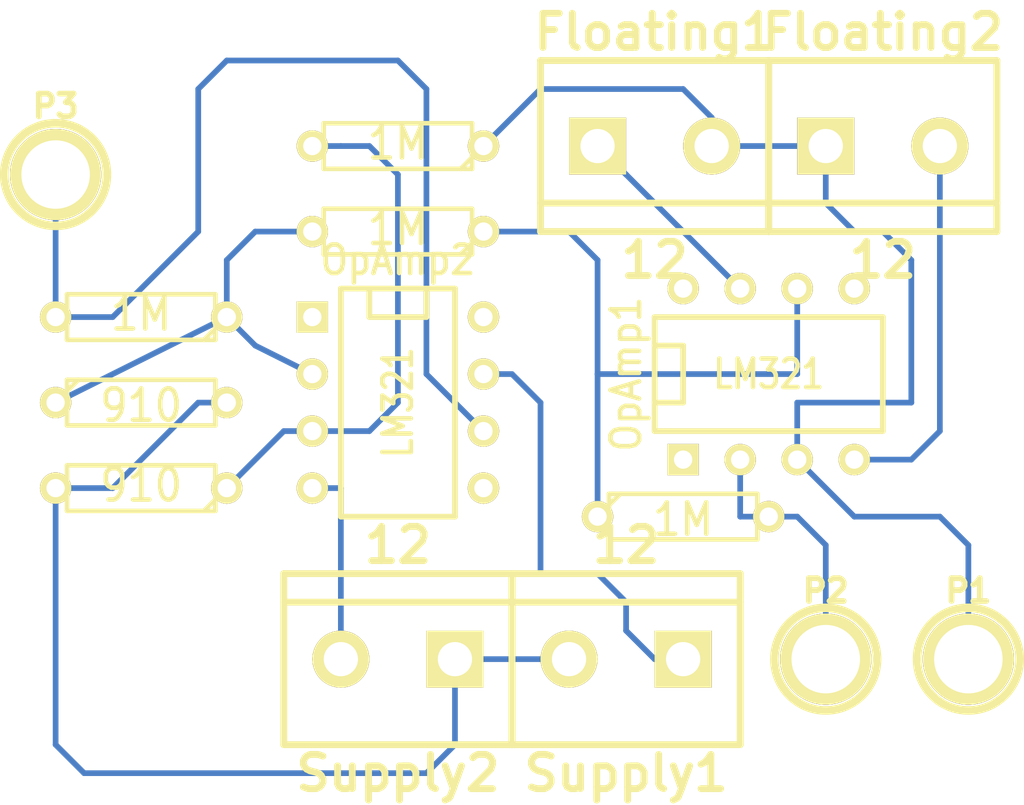
<source format=kicad_pcb>
(kicad_pcb (version 3) (host pcbnew "(2013-may-18)-stable")

  (general
    (links 22)
    (no_connects 0)
    (area 167.259 118.2116 218.821 153.5684)
    (thickness 1.6)
    (drawings 0)
    (tracks 75)
    (zones 0)
    (modules 15)
    (nets 12)
  )

  (page A3)
  (layers
    (15 F.Cu signal)
    (0 B.Cu signal)
    (16 B.Adhes user)
    (17 F.Adhes user)
    (18 B.Paste user)
    (19 F.Paste user)
    (20 B.SilkS user)
    (21 F.SilkS user)
    (22 B.Mask user)
    (23 F.Mask user)
    (24 Dwgs.User user)
    (25 Cmts.User user)
    (26 Eco1.User user)
    (27 Eco2.User user)
    (28 Edge.Cuts user)
  )

  (setup
    (last_trace_width 0.254)
    (trace_clearance 0.254)
    (zone_clearance 0.508)
    (zone_45_only no)
    (trace_min 0.254)
    (segment_width 0.2)
    (edge_width 0.1)
    (via_size 0.889)
    (via_drill 0.635)
    (via_min_size 0.889)
    (via_min_drill 0.508)
    (uvia_size 0.508)
    (uvia_drill 0.127)
    (uvias_allowed no)
    (uvia_min_size 0.508)
    (uvia_min_drill 0.127)
    (pcb_text_width 0.3)
    (pcb_text_size 1.5 1.5)
    (mod_edge_width 0.15)
    (mod_text_size 1 1)
    (mod_text_width 0.15)
    (pad_size 1.5 1.5)
    (pad_drill 0.6)
    (pad_to_mask_clearance 0.015)
    (solder_mask_min_width 0.015)
    (pad_to_paste_clearance -0.015)
    (pad_to_paste_clearance_ratio -0.00015)
    (aux_axis_origin 0 0)
    (visible_elements FFFFFFBF)
    (pcbplotparams
      (layerselection 3178497)
      (usegerberextensions true)
      (excludeedgelayer true)
      (linewidth 0.150000)
      (plotframeref false)
      (viasonmask false)
      (mode 1)
      (useauxorigin false)
      (hpglpennumber 1)
      (hpglpenspeed 20)
      (hpglpendiameter 15)
      (hpglpenoverlay 2)
      (psnegative false)
      (psa4output false)
      (plotreference true)
      (plotvalue true)
      (plotothertext true)
      (plotinvisibletext false)
      (padsonsilk false)
      (subtractmaskfromsilk false)
      (outputformat 1)
      (mirror false)
      (drillshape 1)
      (scaleselection 1)
      (outputdirectory /home/ayzax/git/langmuir-probe/))
  )

  (net 0 "")
  (net 1 "Flight computer")
  (net 2 N-000001)
  (net 3 N-0000011)
  (net 4 N-0000017)
  (net 5 N-000002)
  (net 6 N-000003)
  (net 7 N-000005)
  (net 8 N-000008)
  (net 9 N-000009)
  (net 10 Probe)
  (net 11 V_B)

  (net_class Default "This is the default net class."
    (clearance 0.254)
    (trace_width 0.254)
    (via_dia 0.889)
    (via_drill 0.635)
    (uvia_dia 0.508)
    (uvia_drill 0.127)
    (add_net "")
    (add_net "Flight computer")
    (add_net N-000001)
    (add_net N-0000011)
    (add_net N-0000017)
    (add_net N-000002)
    (add_net N-000003)
    (add_net N-000005)
    (add_net N-000008)
    (add_net N-000009)
    (add_net Probe)
    (add_net V_B)
  )

  (module R3 (layer F.Cu) (tedit 4E4C0E65) (tstamp 563FF37D)
    (at 187.96 128.27 180)
    (descr "Resitance 3 pas")
    (tags R)
    (path /563B2818)
    (autoplace_cost180 10)
    (fp_text reference R2 (at 0 0.127 180) (layer F.SilkS) hide
      (effects (font (size 1.397 1.27) (thickness 0.2032)))
    )
    (fp_text value 1M (at 0 0.127 180) (layer F.SilkS)
      (effects (font (size 1.397 1.27) (thickness 0.2032)))
    )
    (fp_line (start -3.81 0) (end -3.302 0) (layer F.SilkS) (width 0.2032))
    (fp_line (start 3.81 0) (end 3.302 0) (layer F.SilkS) (width 0.2032))
    (fp_line (start 3.302 0) (end 3.302 -1.016) (layer F.SilkS) (width 0.2032))
    (fp_line (start 3.302 -1.016) (end -3.302 -1.016) (layer F.SilkS) (width 0.2032))
    (fp_line (start -3.302 -1.016) (end -3.302 1.016) (layer F.SilkS) (width 0.2032))
    (fp_line (start -3.302 1.016) (end 3.302 1.016) (layer F.SilkS) (width 0.2032))
    (fp_line (start 3.302 1.016) (end 3.302 0) (layer F.SilkS) (width 0.2032))
    (fp_line (start -3.302 -0.508) (end -2.794 -1.016) (layer F.SilkS) (width 0.2032))
    (pad 1 thru_hole circle (at -3.81 0 180) (size 1.397 1.397) (drill 0.8128)
      (layers *.Cu *.Mask F.SilkS)
      (net 8 N-000008)
    )
    (pad 2 thru_hole circle (at 3.81 0 180) (size 1.397 1.397) (drill 0.8128)
      (layers *.Cu *.Mask F.SilkS)
      (net 6 N-000003)
    )
    (model discret/resistor.wrl
      (at (xyz 0 0 0))
      (scale (xyz 0.3 0.3 0.3))
      (rotate (xyz 0 0 0))
    )
  )

  (module R3 (layer F.Cu) (tedit 4E4C0E65) (tstamp 563FF38B)
    (at 176.53 135.89)
    (descr "Resitance 3 pas")
    (tags R)
    (path /563BE484)
    (autoplace_cost180 10)
    (fp_text reference R'1 (at 0 0.127) (layer F.SilkS) hide
      (effects (font (size 1.397 1.27) (thickness 0.2032)))
    )
    (fp_text value 910 (at 0 0.127) (layer F.SilkS)
      (effects (font (size 1.397 1.27) (thickness 0.2032)))
    )
    (fp_line (start -3.81 0) (end -3.302 0) (layer F.SilkS) (width 0.2032))
    (fp_line (start 3.81 0) (end 3.302 0) (layer F.SilkS) (width 0.2032))
    (fp_line (start 3.302 0) (end 3.302 -1.016) (layer F.SilkS) (width 0.2032))
    (fp_line (start 3.302 -1.016) (end -3.302 -1.016) (layer F.SilkS) (width 0.2032))
    (fp_line (start -3.302 -1.016) (end -3.302 1.016) (layer F.SilkS) (width 0.2032))
    (fp_line (start -3.302 1.016) (end 3.302 1.016) (layer F.SilkS) (width 0.2032))
    (fp_line (start 3.302 1.016) (end 3.302 0) (layer F.SilkS) (width 0.2032))
    (fp_line (start -3.302 -0.508) (end -2.794 -1.016) (layer F.SilkS) (width 0.2032))
    (pad 1 thru_hole circle (at -3.81 0) (size 1.397 1.397) (drill 0.8128)
      (layers *.Cu *.Mask F.SilkS)
      (net 6 N-000003)
    )
    (pad 2 thru_hole circle (at 3.81 0) (size 1.397 1.397) (drill 0.8128)
      (layers *.Cu *.Mask F.SilkS)
      (net 4 N-0000017)
    )
    (model discret/resistor.wrl
      (at (xyz 0 0 0))
      (scale (xyz 0.3 0.3 0.3))
      (rotate (xyz 0 0 0))
    )
  )

  (module R3 (layer F.Cu) (tedit 4E4C0E65) (tstamp 563FF399)
    (at 200.66 140.97)
    (descr "Resitance 3 pas")
    (tags R)
    (path /563BE48A)
    (autoplace_cost180 10)
    (fp_text reference R1 (at 0 0.127) (layer F.SilkS) hide
      (effects (font (size 1.397 1.27) (thickness 0.2032)))
    )
    (fp_text value 1M (at 0 0.127) (layer F.SilkS)
      (effects (font (size 1.397 1.27) (thickness 0.2032)))
    )
    (fp_line (start -3.81 0) (end -3.302 0) (layer F.SilkS) (width 0.2032))
    (fp_line (start 3.81 0) (end 3.302 0) (layer F.SilkS) (width 0.2032))
    (fp_line (start 3.302 0) (end 3.302 -1.016) (layer F.SilkS) (width 0.2032))
    (fp_line (start 3.302 -1.016) (end -3.302 -1.016) (layer F.SilkS) (width 0.2032))
    (fp_line (start -3.302 -1.016) (end -3.302 1.016) (layer F.SilkS) (width 0.2032))
    (fp_line (start -3.302 1.016) (end 3.302 1.016) (layer F.SilkS) (width 0.2032))
    (fp_line (start 3.302 1.016) (end 3.302 0) (layer F.SilkS) (width 0.2032))
    (fp_line (start -3.302 -0.508) (end -2.794 -1.016) (layer F.SilkS) (width 0.2032))
    (pad 1 thru_hole circle (at -3.81 0) (size 1.397 1.397) (drill 0.8128)
      (layers *.Cu *.Mask F.SilkS)
      (net 8 N-000008)
    )
    (pad 2 thru_hole circle (at 3.81 0) (size 1.397 1.397) (drill 0.8128)
      (layers *.Cu *.Mask F.SilkS)
      (net 10 Probe)
    )
    (model discret/resistor.wrl
      (at (xyz 0 0 0))
      (scale (xyz 0.3 0.3 0.3))
      (rotate (xyz 0 0 0))
    )
  )

  (module R3 (layer F.Cu) (tedit 4E4C0E65) (tstamp 563FF3A7)
    (at 187.96 124.46 180)
    (descr "Resitance 3 pas")
    (tags R)
    (path /563BE5CB)
    (autoplace_cost180 10)
    (fp_text reference "R(1-1/n)1" (at 0 0.127 180) (layer F.SilkS) hide
      (effects (font (size 1.397 1.27) (thickness 0.2032)))
    )
    (fp_text value 1M (at 0 0.127 180) (layer F.SilkS)
      (effects (font (size 1.397 1.27) (thickness 0.2032)))
    )
    (fp_line (start -3.81 0) (end -3.302 0) (layer F.SilkS) (width 0.2032))
    (fp_line (start 3.81 0) (end 3.302 0) (layer F.SilkS) (width 0.2032))
    (fp_line (start 3.302 0) (end 3.302 -1.016) (layer F.SilkS) (width 0.2032))
    (fp_line (start 3.302 -1.016) (end -3.302 -1.016) (layer F.SilkS) (width 0.2032))
    (fp_line (start -3.302 -1.016) (end -3.302 1.016) (layer F.SilkS) (width 0.2032))
    (fp_line (start -3.302 1.016) (end 3.302 1.016) (layer F.SilkS) (width 0.2032))
    (fp_line (start 3.302 1.016) (end 3.302 0) (layer F.SilkS) (width 0.2032))
    (fp_line (start -3.302 -0.508) (end -2.794 -1.016) (layer F.SilkS) (width 0.2032))
    (pad 1 thru_hole circle (at -3.81 0 180) (size 1.397 1.397) (drill 0.8128)
      (layers *.Cu *.Mask F.SilkS)
      (net 11 V_B)
    )
    (pad 2 thru_hole circle (at 3.81 0 180) (size 1.397 1.397) (drill 0.8128)
      (layers *.Cu *.Mask F.SilkS)
      (net 2 N-000001)
    )
    (model discret/resistor.wrl
      (at (xyz 0 0 0))
      (scale (xyz 0.3 0.3 0.3))
      (rotate (xyz 0 0 0))
    )
  )

  (module R3 (layer F.Cu) (tedit 4E4C0E65) (tstamp 563FF3B5)
    (at 176.53 139.7 180)
    (descr "Resitance 3 pas")
    (tags R)
    (path /563BE5EA)
    (autoplace_cost180 10)
    (fp_text reference R/n1 (at 0 0.127 180) (layer F.SilkS) hide
      (effects (font (size 1.397 1.27) (thickness 0.2032)))
    )
    (fp_text value 910 (at 0 0.127 180) (layer F.SilkS)
      (effects (font (size 1.397 1.27) (thickness 0.2032)))
    )
    (fp_line (start -3.81 0) (end -3.302 0) (layer F.SilkS) (width 0.2032))
    (fp_line (start 3.81 0) (end 3.302 0) (layer F.SilkS) (width 0.2032))
    (fp_line (start 3.302 0) (end 3.302 -1.016) (layer F.SilkS) (width 0.2032))
    (fp_line (start 3.302 -1.016) (end -3.302 -1.016) (layer F.SilkS) (width 0.2032))
    (fp_line (start -3.302 -1.016) (end -3.302 1.016) (layer F.SilkS) (width 0.2032))
    (fp_line (start -3.302 1.016) (end 3.302 1.016) (layer F.SilkS) (width 0.2032))
    (fp_line (start 3.302 1.016) (end 3.302 0) (layer F.SilkS) (width 0.2032))
    (fp_line (start -3.302 -0.508) (end -2.794 -1.016) (layer F.SilkS) (width 0.2032))
    (pad 1 thru_hole circle (at -3.81 0 180) (size 1.397 1.397) (drill 0.8128)
      (layers *.Cu *.Mask F.SilkS)
      (net 2 N-000001)
    )
    (pad 2 thru_hole circle (at 3.81 0 180) (size 1.397 1.397) (drill 0.8128)
      (layers *.Cu *.Mask F.SilkS)
      (net 4 N-0000017)
    )
    (model discret/resistor.wrl
      (at (xyz 0 0 0))
      (scale (xyz 0.3 0.3 0.3))
      (rotate (xyz 0 0 0))
    )
  )

  (module R3 (layer F.Cu) (tedit 4E4C0E65) (tstamp 563FF3C3)
    (at 176.53 132.08 180)
    (descr "Resitance 3 pas")
    (tags R)
    (path /563BE698)
    (autoplace_cost180 10)
    (fp_text reference R3 (at 0 0.127 180) (layer F.SilkS) hide
      (effects (font (size 1.397 1.27) (thickness 0.2032)))
    )
    (fp_text value 1M (at 0 0.127 180) (layer F.SilkS)
      (effects (font (size 1.397 1.27) (thickness 0.2032)))
    )
    (fp_line (start -3.81 0) (end -3.302 0) (layer F.SilkS) (width 0.2032))
    (fp_line (start 3.81 0) (end 3.302 0) (layer F.SilkS) (width 0.2032))
    (fp_line (start 3.302 0) (end 3.302 -1.016) (layer F.SilkS) (width 0.2032))
    (fp_line (start 3.302 -1.016) (end -3.302 -1.016) (layer F.SilkS) (width 0.2032))
    (fp_line (start -3.302 -1.016) (end -3.302 1.016) (layer F.SilkS) (width 0.2032))
    (fp_line (start -3.302 1.016) (end 3.302 1.016) (layer F.SilkS) (width 0.2032))
    (fp_line (start 3.302 1.016) (end 3.302 0) (layer F.SilkS) (width 0.2032))
    (fp_line (start -3.302 -0.508) (end -2.794 -1.016) (layer F.SilkS) (width 0.2032))
    (pad 1 thru_hole circle (at -3.81 0 180) (size 1.397 1.397) (drill 0.8128)
      (layers *.Cu *.Mask F.SilkS)
      (net 6 N-000003)
    )
    (pad 2 thru_hole circle (at 3.81 0 180) (size 1.397 1.397) (drill 0.8128)
      (layers *.Cu *.Mask F.SilkS)
      (net 1 "Flight computer")
    )
    (model discret/resistor.wrl
      (at (xyz 0 0 0))
      (scale (xyz 0.3 0.3 0.3))
      (rotate (xyz 0 0 0))
    )
  )

  (module DIP-8__300 (layer F.Cu) (tedit 43A7F843) (tstamp 563FFA03)
    (at 204.47 134.62)
    (descr "8 pins DIL package, round pads")
    (tags DIL)
    (path /563FCBDA)
    (fp_text reference OpAmp1 (at -6.35 0 90) (layer F.SilkS)
      (effects (font (size 1.27 1.143) (thickness 0.2032)))
    )
    (fp_text value LM321 (at 0 0) (layer F.SilkS)
      (effects (font (size 1.27 1.016) (thickness 0.2032)))
    )
    (fp_line (start -5.08 -1.27) (end -3.81 -1.27) (layer F.SilkS) (width 0.254))
    (fp_line (start -3.81 -1.27) (end -3.81 1.27) (layer F.SilkS) (width 0.254))
    (fp_line (start -3.81 1.27) (end -5.08 1.27) (layer F.SilkS) (width 0.254))
    (fp_line (start -5.08 -2.54) (end 5.08 -2.54) (layer F.SilkS) (width 0.254))
    (fp_line (start 5.08 -2.54) (end 5.08 2.54) (layer F.SilkS) (width 0.254))
    (fp_line (start 5.08 2.54) (end -5.08 2.54) (layer F.SilkS) (width 0.254))
    (fp_line (start -5.08 2.54) (end -5.08 -2.54) (layer F.SilkS) (width 0.254))
    (pad 1 thru_hole rect (at -3.81 3.81) (size 1.397 1.397) (drill 0.8128)
      (layers *.Cu *.Mask F.SilkS)
    )
    (pad 2 thru_hole circle (at -1.27 3.81) (size 1.397 1.397) (drill 0.8128)
      (layers *.Cu *.Mask F.SilkS)
      (net 10 Probe)
    )
    (pad 3 thru_hole circle (at 1.27 3.81) (size 1.397 1.397) (drill 0.8128)
      (layers *.Cu *.Mask F.SilkS)
      (net 11 V_B)
    )
    (pad 4 thru_hole circle (at 3.81 3.81) (size 1.397 1.397) (drill 0.8128)
      (layers *.Cu *.Mask F.SilkS)
      (net 9 N-000009)
    )
    (pad 5 thru_hole circle (at 3.81 -3.81) (size 1.397 1.397) (drill 0.8128)
      (layers *.Cu *.Mask F.SilkS)
    )
    (pad 6 thru_hole circle (at 1.27 -3.81) (size 1.397 1.397) (drill 0.8128)
      (layers *.Cu *.Mask F.SilkS)
      (net 8 N-000008)
    )
    (pad 7 thru_hole circle (at -1.27 -3.81) (size 1.397 1.397) (drill 0.8128)
      (layers *.Cu *.Mask F.SilkS)
      (net 3 N-0000011)
    )
    (pad 8 thru_hole circle (at -3.81 -3.81) (size 1.397 1.397) (drill 0.8128)
      (layers *.Cu *.Mask F.SilkS)
    )
    (model dil/dil_8.wrl
      (at (xyz 0 0 0))
      (scale (xyz 1 1 1))
      (rotate (xyz 0 0 0))
    )
  )

  (module DIP-8__300 (layer F.Cu) (tedit 43A7F843) (tstamp 563FF3E9)
    (at 187.96 135.89 270)
    (descr "8 pins DIL package, round pads")
    (tags DIL)
    (path /563FCD8A)
    (fp_text reference OpAmp2 (at -6.35 0 360) (layer F.SilkS)
      (effects (font (size 1.27 1.143) (thickness 0.2032)))
    )
    (fp_text value LM321 (at 0 0 270) (layer F.SilkS)
      (effects (font (size 1.27 1.016) (thickness 0.2032)))
    )
    (fp_line (start -5.08 -1.27) (end -3.81 -1.27) (layer F.SilkS) (width 0.254))
    (fp_line (start -3.81 -1.27) (end -3.81 1.27) (layer F.SilkS) (width 0.254))
    (fp_line (start -3.81 1.27) (end -5.08 1.27) (layer F.SilkS) (width 0.254))
    (fp_line (start -5.08 -2.54) (end 5.08 -2.54) (layer F.SilkS) (width 0.254))
    (fp_line (start 5.08 -2.54) (end 5.08 2.54) (layer F.SilkS) (width 0.254))
    (fp_line (start 5.08 2.54) (end -5.08 2.54) (layer F.SilkS) (width 0.254))
    (fp_line (start -5.08 2.54) (end -5.08 -2.54) (layer F.SilkS) (width 0.254))
    (pad 1 thru_hole rect (at -3.81 3.81 270) (size 1.397 1.397) (drill 0.8128)
      (layers *.Cu *.Mask F.SilkS)
    )
    (pad 2 thru_hole circle (at -1.27 3.81 270) (size 1.397 1.397) (drill 0.8128)
      (layers *.Cu *.Mask F.SilkS)
      (net 6 N-000003)
    )
    (pad 3 thru_hole circle (at 1.27 3.81 270) (size 1.397 1.397) (drill 0.8128)
      (layers *.Cu *.Mask F.SilkS)
      (net 2 N-000001)
    )
    (pad 4 thru_hole circle (at 3.81 3.81 270) (size 1.397 1.397) (drill 0.8128)
      (layers *.Cu *.Mask F.SilkS)
      (net 5 N-000002)
    )
    (pad 5 thru_hole circle (at 3.81 -3.81 270) (size 1.397 1.397) (drill 0.8128)
      (layers *.Cu *.Mask F.SilkS)
    )
    (pad 6 thru_hole circle (at 1.27 -3.81 270) (size 1.397 1.397) (drill 0.8128)
      (layers *.Cu *.Mask F.SilkS)
      (net 1 "Flight computer")
    )
    (pad 7 thru_hole circle (at -1.27 -3.81 270) (size 1.397 1.397) (drill 0.8128)
      (layers *.Cu *.Mask F.SilkS)
      (net 7 N-000005)
    )
    (pad 8 thru_hole circle (at -3.81 -3.81 270) (size 1.397 1.397) (drill 0.8128)
      (layers *.Cu *.Mask F.SilkS)
    )
    (model dil/dil_8.wrl
      (at (xyz 0 0 0))
      (scale (xyz 1 1 1))
      (rotate (xyz 0 0 0))
    )
  )

  (module bornier2 (layer F.Cu) (tedit 3EC0ED69) (tstamp 563FF3F4)
    (at 199.39 124.46)
    (descr "Bornier d'alimentation 2 pins")
    (tags DEV)
    (path /563F76BD)
    (fp_text reference Floating1 (at 0 -5.08) (layer F.SilkS)
      (effects (font (size 1.524 1.524) (thickness 0.3048)))
    )
    (fp_text value 12 (at 0 5.08) (layer F.SilkS)
      (effects (font (size 1.524 1.524) (thickness 0.3048)))
    )
    (fp_line (start 5.08 2.54) (end -5.08 2.54) (layer F.SilkS) (width 0.3048))
    (fp_line (start 5.08 3.81) (end 5.08 -3.81) (layer F.SilkS) (width 0.3048))
    (fp_line (start 5.08 -3.81) (end -5.08 -3.81) (layer F.SilkS) (width 0.3048))
    (fp_line (start -5.08 -3.81) (end -5.08 3.81) (layer F.SilkS) (width 0.3048))
    (fp_line (start -5.08 3.81) (end 5.08 3.81) (layer F.SilkS) (width 0.3048))
    (pad 1 thru_hole rect (at -2.54 0) (size 2.54 2.54) (drill 1.524)
      (layers *.Cu *.Mask F.SilkS)
      (net 3 N-0000011)
    )
    (pad 2 thru_hole circle (at 2.54 0) (size 2.54 2.54) (drill 1.524)
      (layers *.Cu *.Mask F.SilkS)
      (net 11 V_B)
    )
    (model device/bornier_2.wrl
      (at (xyz 0 0 0))
      (scale (xyz 1 1 1))
      (rotate (xyz 0 0 0))
    )
  )

  (module bornier2 (layer F.Cu) (tedit 3EC0ED69) (tstamp 563FF3FF)
    (at 209.55 124.46)
    (descr "Bornier d'alimentation 2 pins")
    (tags DEV)
    (path /563F76CC)
    (fp_text reference Floating2 (at 0 -5.08) (layer F.SilkS)
      (effects (font (size 1.524 1.524) (thickness 0.3048)))
    )
    (fp_text value 12 (at 0 5.08) (layer F.SilkS)
      (effects (font (size 1.524 1.524) (thickness 0.3048)))
    )
    (fp_line (start 5.08 2.54) (end -5.08 2.54) (layer F.SilkS) (width 0.3048))
    (fp_line (start 5.08 3.81) (end 5.08 -3.81) (layer F.SilkS) (width 0.3048))
    (fp_line (start 5.08 -3.81) (end -5.08 -3.81) (layer F.SilkS) (width 0.3048))
    (fp_line (start -5.08 -3.81) (end -5.08 3.81) (layer F.SilkS) (width 0.3048))
    (fp_line (start -5.08 3.81) (end 5.08 3.81) (layer F.SilkS) (width 0.3048))
    (pad 1 thru_hole rect (at -2.54 0) (size 2.54 2.54) (drill 1.524)
      (layers *.Cu *.Mask F.SilkS)
      (net 11 V_B)
    )
    (pad 2 thru_hole circle (at 2.54 0) (size 2.54 2.54) (drill 1.524)
      (layers *.Cu *.Mask F.SilkS)
      (net 9 N-000009)
    )
    (model device/bornier_2.wrl
      (at (xyz 0 0 0))
      (scale (xyz 1 1 1))
      (rotate (xyz 0 0 0))
    )
  )

  (module bornier2 (layer F.Cu) (tedit 3EC0ED69) (tstamp 563FF40A)
    (at 198.12 147.32 180)
    (descr "Bornier d'alimentation 2 pins")
    (tags DEV)
    (path /563F77B4)
    (fp_text reference Supply1 (at 0 -5.08 180) (layer F.SilkS)
      (effects (font (size 1.524 1.524) (thickness 0.3048)))
    )
    (fp_text value 12 (at 0 5.08 180) (layer F.SilkS)
      (effects (font (size 1.524 1.524) (thickness 0.3048)))
    )
    (fp_line (start 5.08 2.54) (end -5.08 2.54) (layer F.SilkS) (width 0.3048))
    (fp_line (start 5.08 3.81) (end 5.08 -3.81) (layer F.SilkS) (width 0.3048))
    (fp_line (start 5.08 -3.81) (end -5.08 -3.81) (layer F.SilkS) (width 0.3048))
    (fp_line (start -5.08 -3.81) (end -5.08 3.81) (layer F.SilkS) (width 0.3048))
    (fp_line (start -5.08 3.81) (end 5.08 3.81) (layer F.SilkS) (width 0.3048))
    (pad 1 thru_hole rect (at -2.54 0 180) (size 2.54 2.54) (drill 1.524)
      (layers *.Cu *.Mask F.SilkS)
      (net 7 N-000005)
    )
    (pad 2 thru_hole circle (at 2.54 0 180) (size 2.54 2.54) (drill 1.524)
      (layers *.Cu *.Mask F.SilkS)
      (net 4 N-0000017)
    )
    (model device/bornier_2.wrl
      (at (xyz 0 0 0))
      (scale (xyz 1 1 1))
      (rotate (xyz 0 0 0))
    )
  )

  (module bornier2 (layer F.Cu) (tedit 3EC0ED69) (tstamp 563FF554)
    (at 187.96 147.32 180)
    (descr "Bornier d'alimentation 2 pins")
    (tags DEV)
    (path /563F77C3)
    (fp_text reference Supply2 (at 0 -5.08 180) (layer F.SilkS)
      (effects (font (size 1.524 1.524) (thickness 0.3048)))
    )
    (fp_text value 12 (at 0 5.08 180) (layer F.SilkS)
      (effects (font (size 1.524 1.524) (thickness 0.3048)))
    )
    (fp_line (start 5.08 2.54) (end -5.08 2.54) (layer F.SilkS) (width 0.3048))
    (fp_line (start 5.08 3.81) (end 5.08 -3.81) (layer F.SilkS) (width 0.3048))
    (fp_line (start 5.08 -3.81) (end -5.08 -3.81) (layer F.SilkS) (width 0.3048))
    (fp_line (start -5.08 -3.81) (end -5.08 3.81) (layer F.SilkS) (width 0.3048))
    (fp_line (start -5.08 3.81) (end 5.08 3.81) (layer F.SilkS) (width 0.3048))
    (pad 1 thru_hole rect (at -2.54 0 180) (size 2.54 2.54) (drill 1.524)
      (layers *.Cu *.Mask F.SilkS)
      (net 4 N-0000017)
    )
    (pad 2 thru_hole circle (at 2.54 0 180) (size 2.54 2.54) (drill 1.524)
      (layers *.Cu *.Mask F.SilkS)
      (net 5 N-000002)
    )
    (model device/bornier_2.wrl
      (at (xyz 0 0 0))
      (scale (xyz 1 1 1))
      (rotate (xyz 0 0 0))
    )
  )

  (module 1pin (layer F.Cu) (tedit 200000) (tstamp 563FF41B)
    (at 172.72 125.73)
    (descr "module 1 pin (ou trou mecanique de percage)")
    (tags DEV)
    (path /563FED8B)
    (fp_text reference P3 (at 0 -3.048) (layer F.SilkS)
      (effects (font (size 1.016 1.016) (thickness 0.254)))
    )
    (fp_text value CONNECTOR (at 0 2.794) (layer F.SilkS) hide
      (effects (font (size 1.016 1.016) (thickness 0.254)))
    )
    (fp_circle (center 0 0) (end 0 -2.286) (layer F.SilkS) (width 0.381))
    (pad 1 thru_hole circle (at 0 0) (size 4.064 4.064) (drill 3.048)
      (layers *.Cu *.Mask F.SilkS)
      (net 1 "Flight computer")
    )
  )

  (module 1pin (layer F.Cu) (tedit 200000) (tstamp 563FF421)
    (at 207.01 147.32)
    (descr "module 1 pin (ou trou mecanique de percage)")
    (tags DEV)
    (path /563FED9A)
    (fp_text reference P2 (at 0 -3.048) (layer F.SilkS)
      (effects (font (size 1.016 1.016) (thickness 0.254)))
    )
    (fp_text value CONNECTOR (at 0 2.794) (layer F.SilkS) hide
      (effects (font (size 1.016 1.016) (thickness 0.254)))
    )
    (fp_circle (center 0 0) (end 0 -2.286) (layer F.SilkS) (width 0.381))
    (pad 1 thru_hole circle (at 0 0) (size 4.064 4.064) (drill 3.048)
      (layers *.Cu *.Mask F.SilkS)
      (net 10 Probe)
    )
  )

  (module 1pin (layer F.Cu) (tedit 200000) (tstamp 563FF427)
    (at 213.36 147.32)
    (descr "module 1 pin (ou trou mecanique de percage)")
    (tags DEV)
    (path /563FEDA9)
    (fp_text reference P1 (at 0 -3.048) (layer F.SilkS)
      (effects (font (size 1.016 1.016) (thickness 0.254)))
    )
    (fp_text value CONNECTOR (at 0 2.794) (layer F.SilkS) hide
      (effects (font (size 1.016 1.016) (thickness 0.254)))
    )
    (fp_circle (center 0 0) (end 0 -2.286) (layer F.SilkS) (width 0.381))
    (pad 1 thru_hole circle (at 0 0) (size 4.064 4.064) (drill 3.048)
      (layers *.Cu *.Mask F.SilkS)
      (net 11 V_B)
    )
  )

  (segment (start 172.72 125.73) (end 172.72 132.08) (width 0.254) (layer B.Cu) (net 1))
  (segment (start 172.72 132.08) (end 175.26 132.08) (width 0.254) (layer B.Cu) (net 1))
  (segment (start 190.5 135.89) (end 191.77 137.16) (width 0.254) (layer B.Cu) (net 1) (tstamp 563FFC24) (status 20))
  (segment (start 189.23 134.62) (end 190.5 135.89) (width 0.254) (layer B.Cu) (net 1) (tstamp 563FFC21))
  (segment (start 189.23 121.92) (end 189.23 134.62) (width 0.254) (layer B.Cu) (net 1) (tstamp 563FFC1E))
  (segment (start 187.96 120.65) (end 189.23 121.92) (width 0.254) (layer B.Cu) (net 1) (tstamp 563FFC1B))
  (segment (start 180.34 120.65) (end 187.96 120.65) (width 0.254) (layer B.Cu) (net 1) (tstamp 563FFC19))
  (segment (start 179.07 121.92) (end 180.34 120.65) (width 0.254) (layer B.Cu) (net 1) (tstamp 563FFC17))
  (segment (start 179.07 128.27) (end 179.07 121.92) (width 0.254) (layer B.Cu) (net 1) (tstamp 563FFC10))
  (segment (start 175.26 132.08) (end 179.07 128.27) (width 0.254) (layer B.Cu) (net 1) (tstamp 563FFC0E))
  (segment (start 184.15 124.46) (end 185.42 124.46) (width 0.254) (layer B.Cu) (net 2))
  (segment (start 186.69 137.16) (end 184.15 137.16) (width 0.254) (layer B.Cu) (net 2) (tstamp 563FFCC6))
  (segment (start 187.96 135.89) (end 186.69 137.16) (width 0.254) (layer B.Cu) (net 2) (tstamp 563FFCC1))
  (segment (start 187.96 125.73) (end 187.96 135.89) (width 0.254) (layer B.Cu) (net 2) (tstamp 563FFCBB))
  (segment (start 186.69 124.46) (end 187.96 125.73) (width 0.254) (layer B.Cu) (net 2) (tstamp 563FFCB7))
  (segment (start 185.42 124.46) (end 186.69 124.46) (width 0.254) (layer B.Cu) (net 2) (tstamp 563FFCB3))
  (segment (start 184.15 137.16) (end 182.88 137.16) (width 0.254) (layer B.Cu) (net 2) (status 10))
  (segment (start 182.88 137.16) (end 180.34 139.7) (width 0.254) (layer B.Cu) (net 2) (tstamp 563FF91F))
  (segment (start 203.2 130.81) (end 198.12 125.73) (width 0.254) (layer B.Cu) (net 3) (status 20))
  (segment (start 198.12 125.73) (end 196.85 124.46) (width 0.254) (layer B.Cu) (net 3) (tstamp 563FFAE5) (status 30))
  (segment (start 195.58 147.32) (end 190.5 147.32) (width 0.254) (layer B.Cu) (net 4) (status 10))
  (segment (start 180.34 135.89) (end 179.07 135.89) (width 0.254) (layer B.Cu) (net 4))
  (segment (start 175.26 139.7) (end 172.72 139.7) (width 0.254) (layer B.Cu) (net 4) (tstamp 563FF90B))
  (segment (start 179.07 135.89) (end 175.26 139.7) (width 0.254) (layer B.Cu) (net 4) (tstamp 563FF909))
  (segment (start 190.5 147.32) (end 190.5 151.13) (width 0.254) (layer B.Cu) (net 4) (status 10))
  (segment (start 172.72 151.13) (end 172.72 139.7) (width 0.254) (layer B.Cu) (net 4) (tstamp 563FF901))
  (segment (start 173.99 152.4) (end 172.72 151.13) (width 0.254) (layer B.Cu) (net 4) (tstamp 563FF900))
  (segment (start 189.23 152.4) (end 173.99 152.4) (width 0.254) (layer B.Cu) (net 4) (tstamp 563FF8FD))
  (segment (start 190.5 151.13) (end 189.23 152.4) (width 0.254) (layer B.Cu) (net 4) (tstamp 563FF8FA))
  (segment (start 185.42 147.32) (end 185.42 139.7) (width 0.254) (layer B.Cu) (net 5) (status 10))
  (segment (start 185.42 139.7) (end 184.15 139.7) (width 0.254) (layer B.Cu) (net 5) (tstamp 563FF91B) (status 20))
  (segment (start 184.15 128.27) (end 181.61 128.27) (width 0.254) (layer B.Cu) (net 6))
  (segment (start 180.34 129.54) (end 180.34 132.08) (width 0.254) (layer B.Cu) (net 6) (tstamp 563FFBCF))
  (segment (start 181.61 128.27) (end 180.34 129.54) (width 0.254) (layer B.Cu) (net 6) (tstamp 563FFBCA))
  (segment (start 180.34 132.08) (end 181.61 133.35) (width 0.254) (layer B.Cu) (net 6) (tstamp 563FFBD1))
  (segment (start 181.61 133.35) (end 184.15 134.62) (width 0.254) (layer B.Cu) (net 6) (tstamp 563FFBD2) (status 20))
  (segment (start 172.72 135.89) (end 180.34 132.08) (width 0.254) (layer B.Cu) (net 6) (status 20))
  (segment (start 200.66 147.32) (end 199.39 147.32) (width 0.254) (layer B.Cu) (net 7))
  (segment (start 193.04 134.62) (end 191.77 134.62) (width 0.254) (layer B.Cu) (net 7) (tstamp 563FFC95))
  (segment (start 194.31 135.89) (end 193.04 134.62) (width 0.254) (layer B.Cu) (net 7) (tstamp 563FFC94))
  (segment (start 194.31 143.51) (end 194.31 135.89) (width 0.254) (layer B.Cu) (net 7) (tstamp 563FFC93))
  (segment (start 196.85 143.51) (end 194.31 143.51) (width 0.254) (layer B.Cu) (net 7) (tstamp 563FFC91))
  (segment (start 198.12 144.78) (end 196.85 143.51) (width 0.254) (layer B.Cu) (net 7) (tstamp 563FFC90))
  (segment (start 198.12 146.05) (end 198.12 144.78) (width 0.254) (layer B.Cu) (net 7) (tstamp 563FFC8E))
  (segment (start 199.39 147.32) (end 198.12 146.05) (width 0.254) (layer B.Cu) (net 7) (tstamp 563FFC8C))
  (segment (start 196.85 134.62) (end 196.85 129.54) (width 0.254) (layer B.Cu) (net 8))
  (segment (start 195.58 128.27) (end 191.77 128.27) (width 0.254) (layer B.Cu) (net 8) (tstamp 563FFB45))
  (segment (start 196.85 129.54) (end 195.58 128.27) (width 0.254) (layer B.Cu) (net 8) (tstamp 563FFB41))
  (segment (start 196.85 140.97) (end 196.85 134.62) (width 0.254) (layer B.Cu) (net 8) (status 10))
  (segment (start 205.74 134.62) (end 205.74 130.81) (width 0.254) (layer B.Cu) (net 8) (tstamp 563FFB39))
  (segment (start 196.85 134.62) (end 205.74 134.62) (width 0.254) (layer B.Cu) (net 8) (tstamp 563FFB35))
  (segment (start 208.28 138.43) (end 210.82 138.43) (width 0.254) (layer B.Cu) (net 9))
  (segment (start 212.09 137.16) (end 212.09 124.46) (width 0.254) (layer B.Cu) (net 9) (tstamp 563FFD40))
  (segment (start 210.82 138.43) (end 212.09 137.16) (width 0.254) (layer B.Cu) (net 9) (tstamp 563FFD3C))
  (segment (start 204.47 140.97) (end 205.74 140.97) (width 0.254) (layer B.Cu) (net 10))
  (segment (start 207.01 142.24) (end 207.01 147.32) (width 0.254) (layer B.Cu) (net 10) (tstamp 563FFD8E))
  (segment (start 205.74 140.97) (end 207.01 142.24) (width 0.254) (layer B.Cu) (net 10) (tstamp 563FFD8B))
  (segment (start 203.2 138.43) (end 203.2 140.97) (width 0.254) (layer B.Cu) (net 10))
  (segment (start 203.2 140.97) (end 204.47 140.97) (width 0.254) (layer B.Cu) (net 10) (tstamp 563FFB31) (status 20))
  (segment (start 205.74 138.43) (end 208.28 140.97) (width 0.254) (layer B.Cu) (net 11))
  (segment (start 213.36 142.24) (end 213.36 147.32) (width 0.254) (layer B.Cu) (net 11) (tstamp 563FFD97))
  (segment (start 212.09 140.97) (end 213.36 142.24) (width 0.254) (layer B.Cu) (net 11) (tstamp 563FFD94))
  (segment (start 208.28 140.97) (end 212.09 140.97) (width 0.254) (layer B.Cu) (net 11) (tstamp 563FFD93))
  (segment (start 201.93 124.46) (end 201.93 123.19) (width 0.254) (layer B.Cu) (net 11))
  (segment (start 194.31 121.92) (end 191.77 124.46) (width 0.254) (layer B.Cu) (net 11) (tstamp 563FFD2C))
  (segment (start 200.66 121.92) (end 194.31 121.92) (width 0.254) (layer B.Cu) (net 11) (tstamp 563FFD2A))
  (segment (start 201.93 123.19) (end 200.66 121.92) (width 0.254) (layer B.Cu) (net 11) (tstamp 563FFD26))
  (segment (start 205.74 138.43) (end 205.74 135.89) (width 0.254) (layer B.Cu) (net 11))
  (segment (start 207.01 127) (end 207.01 124.46) (width 0.254) (layer B.Cu) (net 11) (tstamp 563FFD1E))
  (segment (start 208.28 128.27) (end 207.01 127) (width 0.254) (layer B.Cu) (net 11) (tstamp 563FFD1B))
  (segment (start 209.55 128.27) (end 208.28 128.27) (width 0.254) (layer B.Cu) (net 11) (tstamp 563FFD18))
  (segment (start 210.82 129.54) (end 209.55 128.27) (width 0.254) (layer B.Cu) (net 11) (tstamp 563FFD17))
  (segment (start 210.82 135.89) (end 210.82 129.54) (width 0.254) (layer B.Cu) (net 11) (tstamp 563FFD14))
  (segment (start 205.74 135.89) (end 210.82 135.89) (width 0.254) (layer B.Cu) (net 11) (tstamp 563FFD11))
  (segment (start 207.01 124.46) (end 201.93 124.46) (width 0.254) (layer B.Cu) (net 11) (status 10))

)

</source>
